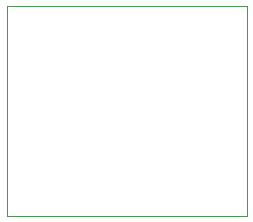
<source format=gbr>
%TF.GenerationSoftware,KiCad,Pcbnew,(5.1.6-0-10_14)*%
%TF.CreationDate,2020-09-14T10:06:51+09:00*%
%TF.ProjectId,breakout_DIN4,62726561-6b6f-4757-945f-44494e342e6b,rev?*%
%TF.SameCoordinates,Original*%
%TF.FileFunction,Profile,NP*%
%FSLAX46Y46*%
G04 Gerber Fmt 4.6, Leading zero omitted, Abs format (unit mm)*
G04 Created by KiCad (PCBNEW (5.1.6-0-10_14)) date 2020-09-14 10:06:51*
%MOMM*%
%LPD*%
G01*
G04 APERTURE LIST*
%TA.AperFunction,Profile*%
%ADD10C,0.100000*%
%TD*%
G04 APERTURE END LIST*
D10*
X104140000Y-114300000D02*
X114300000Y-114300000D01*
X104140000Y-96520000D02*
X104140000Y-114300000D01*
X124460000Y-96520000D02*
X104140000Y-96520000D01*
X124460000Y-114300000D02*
X124460000Y-96520000D01*
X114300000Y-114300000D02*
X124460000Y-114300000D01*
M02*

</source>
